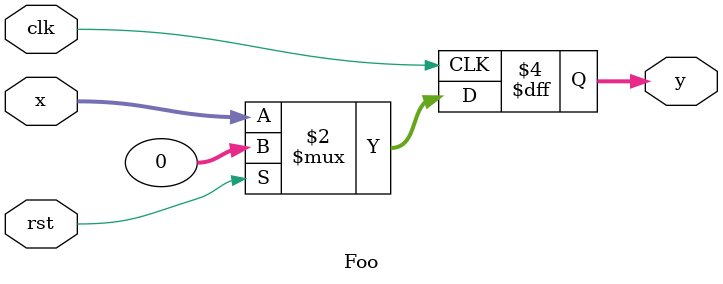
<source format=sv>
module Foo #(
    parameter DW = 32,
    parameter AW = 8
    // parameter COEFW = 18
) (
    input  logic clk,
    input  logic rst,
    input  logic [DW-1:0] x,
    output logic [DW-1:0] y
);

always @(posedge clk) begin
    y <= x;

    if (rst) begin
        y <= 0;
    end
end

endmodule

</source>
